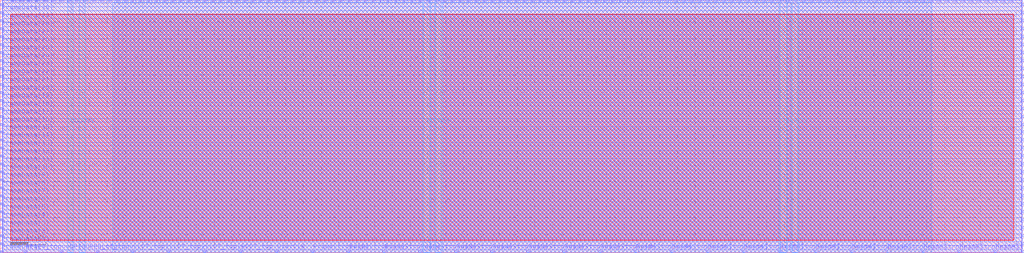
<source format=lef>
VERSION 5.7 ;
  NOWIREEXTENSIONATPIN ON ;
  DIVIDERCHAR "/" ;
  BUSBITCHARS "[]" ;
MACRO S_WARMBOOT
  CLASS BLOCK ;
  FOREIGN S_WARMBOOT ;
  ORIGIN 0.000 0.000 ;
  SIZE 287.280 BY 71.120 ;
  PIN BOOT_top
    DIRECTION OUTPUT ;
    USE SIGNAL ;
    ANTENNADIFFAREA 2.365600 ;
    PORT
      LAYER Metal2 ;
        RECT 67.200 0.000 67.760 0.560 ;
    END
  END BOOT_top
  PIN CONFIGURED_top
    DIRECTION INPUT ;
    USE SIGNAL ;
    ANTENNAGATEAREA 1.102000 ;
    ANTENNADIFFAREA 0.410400 ;
    PORT
      LAYER Metal2 ;
        RECT 16.800 0.000 17.360 0.560 ;
    END
  END CONFIGURED_top
  PIN Co
    DIRECTION OUTPUT ;
    USE SIGNAL ;
    ANTENNADIFFAREA 0.360800 ;
    PORT
      LAYER Metal2 ;
        RECT 119.840 70.560 120.400 71.120 ;
    END
  END Co
  PIN FrameData[0]
    DIRECTION INPUT ;
    USE SIGNAL ;
    ANTENNAGATEAREA 1.102000 ;
    ANTENNADIFFAREA 0.410400 ;
    PORT
      LAYER Metal3 ;
        RECT 0.000 0.000 0.560 0.560 ;
    END
  END FrameData[0]
  PIN FrameData[10]
    DIRECTION INPUT ;
    USE SIGNAL ;
    ANTENNAGATEAREA 1.102000 ;
    ANTENNADIFFAREA 0.410400 ;
    PORT
      LAYER Metal3 ;
        RECT 0.000 22.400 0.560 22.960 ;
    END
  END FrameData[10]
  PIN FrameData[11]
    DIRECTION INPUT ;
    USE SIGNAL ;
    ANTENNAGATEAREA 1.102000 ;
    ANTENNADIFFAREA 0.410400 ;
    PORT
      LAYER Metal3 ;
        RECT 0.000 24.640 0.560 25.200 ;
    END
  END FrameData[11]
  PIN FrameData[12]
    DIRECTION INPUT ;
    USE SIGNAL ;
    ANTENNAGATEAREA 1.102000 ;
    ANTENNADIFFAREA 0.410400 ;
    PORT
      LAYER Metal3 ;
        RECT 0.000 26.880 0.560 27.440 ;
    END
  END FrameData[12]
  PIN FrameData[13]
    DIRECTION INPUT ;
    USE SIGNAL ;
    ANTENNAGATEAREA 1.654000 ;
    ANTENNADIFFAREA 0.820800 ;
    PORT
      LAYER Metal3 ;
        RECT 0.000 29.120 0.560 29.680 ;
    END
  END FrameData[13]
  PIN FrameData[14]
    DIRECTION INPUT ;
    USE SIGNAL ;
    ANTENNAGATEAREA 1.654000 ;
    ANTENNADIFFAREA 0.820800 ;
    PORT
      LAYER Metal3 ;
        RECT 0.000 31.360 0.560 31.920 ;
    END
  END FrameData[14]
  PIN FrameData[15]
    DIRECTION INPUT ;
    USE SIGNAL ;
    ANTENNAGATEAREA 1.654000 ;
    ANTENNADIFFAREA 0.820800 ;
    PORT
      LAYER Metal3 ;
        RECT 0.000 33.600 0.560 34.160 ;
    END
  END FrameData[15]
  PIN FrameData[16]
    DIRECTION INPUT ;
    USE SIGNAL ;
    ANTENNAGATEAREA 1.654000 ;
    ANTENNADIFFAREA 0.820800 ;
    PORT
      LAYER Metal3 ;
        RECT 0.000 35.840 0.560 36.400 ;
    END
  END FrameData[16]
  PIN FrameData[17]
    DIRECTION INPUT ;
    USE SIGNAL ;
    ANTENNAGATEAREA 1.654000 ;
    ANTENNADIFFAREA 0.820800 ;
    PORT
      LAYER Metal3 ;
        RECT 0.000 38.080 0.560 38.640 ;
    END
  END FrameData[17]
  PIN FrameData[18]
    DIRECTION INPUT ;
    USE SIGNAL ;
    ANTENNAGATEAREA 1.654000 ;
    ANTENNADIFFAREA 0.820800 ;
    PORT
      LAYER Metal3 ;
        RECT 0.000 40.320 0.560 40.880 ;
    END
  END FrameData[18]
  PIN FrameData[19]
    DIRECTION INPUT ;
    USE SIGNAL ;
    ANTENNAGATEAREA 1.654000 ;
    ANTENNADIFFAREA 0.820800 ;
    PORT
      LAYER Metal3 ;
        RECT 0.000 42.560 0.560 43.120 ;
    END
  END FrameData[19]
  PIN FrameData[1]
    DIRECTION INPUT ;
    USE SIGNAL ;
    ANTENNAGATEAREA 1.102000 ;
    ANTENNADIFFAREA 0.410400 ;
    PORT
      LAYER Metal3 ;
        RECT 0.000 2.240 0.560 2.800 ;
    END
  END FrameData[1]
  PIN FrameData[20]
    DIRECTION INPUT ;
    USE SIGNAL ;
    ANTENNAGATEAREA 1.654000 ;
    ANTENNADIFFAREA 0.820800 ;
    PORT
      LAYER Metal3 ;
        RECT 0.000 44.800 0.560 45.360 ;
    END
  END FrameData[20]
  PIN FrameData[21]
    DIRECTION INPUT ;
    USE SIGNAL ;
    ANTENNAGATEAREA 1.654000 ;
    ANTENNADIFFAREA 0.820800 ;
    PORT
      LAYER Metal3 ;
        RECT 0.000 47.040 0.560 47.600 ;
    END
  END FrameData[21]
  PIN FrameData[22]
    DIRECTION INPUT ;
    USE SIGNAL ;
    ANTENNAGATEAREA 1.654000 ;
    ANTENNADIFFAREA 0.820800 ;
    PORT
      LAYER Metal3 ;
        RECT 0.000 49.280 0.560 49.840 ;
    END
  END FrameData[22]
  PIN FrameData[23]
    DIRECTION INPUT ;
    USE SIGNAL ;
    ANTENNAGATEAREA 1.654000 ;
    ANTENNADIFFAREA 0.820800 ;
    PORT
      LAYER Metal3 ;
        RECT 0.000 51.520 0.560 52.080 ;
    END
  END FrameData[23]
  PIN FrameData[24]
    DIRECTION INPUT ;
    USE SIGNAL ;
    ANTENNAGATEAREA 1.654000 ;
    ANTENNADIFFAREA 0.820800 ;
    PORT
      LAYER Metal3 ;
        RECT 0.000 53.760 0.560 54.320 ;
    END
  END FrameData[24]
  PIN FrameData[25]
    DIRECTION INPUT ;
    USE SIGNAL ;
    ANTENNAGATEAREA 1.654000 ;
    ANTENNADIFFAREA 0.820800 ;
    PORT
      LAYER Metal3 ;
        RECT 0.000 56.000 0.560 56.560 ;
    END
  END FrameData[25]
  PIN FrameData[26]
    DIRECTION INPUT ;
    USE SIGNAL ;
    ANTENNAGATEAREA 1.654000 ;
    ANTENNADIFFAREA 0.820800 ;
    PORT
      LAYER Metal3 ;
        RECT 0.000 58.240 0.560 58.800 ;
    END
  END FrameData[26]
  PIN FrameData[27]
    DIRECTION INPUT ;
    USE SIGNAL ;
    ANTENNAGATEAREA 1.654000 ;
    ANTENNADIFFAREA 0.820800 ;
    PORT
      LAYER Metal3 ;
        RECT 0.000 60.480 0.560 61.040 ;
    END
  END FrameData[27]
  PIN FrameData[28]
    DIRECTION INPUT ;
    USE SIGNAL ;
    ANTENNAGATEAREA 1.654000 ;
    ANTENNADIFFAREA 0.820800 ;
    PORT
      LAYER Metal3 ;
        RECT 0.000 62.720 0.560 63.280 ;
    END
  END FrameData[28]
  PIN FrameData[29]
    DIRECTION INPUT ;
    USE SIGNAL ;
    ANTENNAGATEAREA 1.654000 ;
    ANTENNADIFFAREA 0.820800 ;
    PORT
      LAYER Metal3 ;
        RECT 0.000 64.960 0.560 65.520 ;
    END
  END FrameData[29]
  PIN FrameData[2]
    DIRECTION INPUT ;
    USE SIGNAL ;
    ANTENNAGATEAREA 1.102000 ;
    ANTENNADIFFAREA 0.410400 ;
    PORT
      LAYER Metal3 ;
        RECT 0.000 4.480 0.560 5.040 ;
    END
  END FrameData[2]
  PIN FrameData[30]
    DIRECTION INPUT ;
    USE SIGNAL ;
    ANTENNAGATEAREA 1.654000 ;
    ANTENNADIFFAREA 0.820800 ;
    PORT
      LAYER Metal3 ;
        RECT 0.000 67.200 0.560 67.760 ;
    END
  END FrameData[30]
  PIN FrameData[31]
    DIRECTION INPUT ;
    USE SIGNAL ;
    ANTENNAGATEAREA 1.654000 ;
    ANTENNADIFFAREA 0.820800 ;
    PORT
      LAYER Metal3 ;
        RECT 0.000 69.440 0.560 70.000 ;
    END
  END FrameData[31]
  PIN FrameData[3]
    DIRECTION INPUT ;
    USE SIGNAL ;
    ANTENNAGATEAREA 1.102000 ;
    ANTENNADIFFAREA 0.410400 ;
    PORT
      LAYER Metal3 ;
        RECT 0.000 6.720 0.560 7.280 ;
    END
  END FrameData[3]
  PIN FrameData[4]
    DIRECTION INPUT ;
    USE SIGNAL ;
    ANTENNAGATEAREA 1.102000 ;
    ANTENNADIFFAREA 0.410400 ;
    PORT
      LAYER Metal3 ;
        RECT 0.000 8.960 0.560 9.520 ;
    END
  END FrameData[4]
  PIN FrameData[5]
    DIRECTION INPUT ;
    USE SIGNAL ;
    ANTENNAGATEAREA 1.102000 ;
    ANTENNADIFFAREA 0.410400 ;
    PORT
      LAYER Metal3 ;
        RECT 0.000 11.200 0.560 11.760 ;
    END
  END FrameData[5]
  PIN FrameData[6]
    DIRECTION INPUT ;
    USE SIGNAL ;
    ANTENNAGATEAREA 1.102000 ;
    ANTENNADIFFAREA 0.410400 ;
    PORT
      LAYER Metal3 ;
        RECT 0.000 13.440 0.560 14.000 ;
    END
  END FrameData[6]
  PIN FrameData[7]
    DIRECTION INPUT ;
    USE SIGNAL ;
    ANTENNAGATEAREA 1.102000 ;
    ANTENNADIFFAREA 0.410400 ;
    PORT
      LAYER Metal3 ;
        RECT 0.000 15.680 0.560 16.240 ;
    END
  END FrameData[7]
  PIN FrameData[8]
    DIRECTION INPUT ;
    USE SIGNAL ;
    ANTENNAGATEAREA 1.102000 ;
    ANTENNADIFFAREA 0.410400 ;
    PORT
      LAYER Metal3 ;
        RECT 0.000 17.920 0.560 18.480 ;
    END
  END FrameData[8]
  PIN FrameData[9]
    DIRECTION INPUT ;
    USE SIGNAL ;
    ANTENNAGATEAREA 1.102000 ;
    ANTENNADIFFAREA 0.410400 ;
    PORT
      LAYER Metal3 ;
        RECT 0.000 20.160 0.560 20.720 ;
    END
  END FrameData[9]
  PIN FrameData_O[0]
    DIRECTION OUTPUT ;
    USE SIGNAL ;
    ANTENNADIFFAREA 2.365600 ;
    PORT
      LAYER Metal3 ;
        RECT 286.720 0.000 287.280 0.560 ;
    END
  END FrameData_O[0]
  PIN FrameData_O[10]
    DIRECTION OUTPUT ;
    USE SIGNAL ;
    ANTENNADIFFAREA 2.365600 ;
    PORT
      LAYER Metal3 ;
        RECT 286.720 22.400 287.280 22.960 ;
    END
  END FrameData_O[10]
  PIN FrameData_O[11]
    DIRECTION OUTPUT ;
    USE SIGNAL ;
    ANTENNADIFFAREA 2.365600 ;
    PORT
      LAYER Metal3 ;
        RECT 286.720 24.640 287.280 25.200 ;
    END
  END FrameData_O[11]
  PIN FrameData_O[12]
    DIRECTION OUTPUT ;
    USE SIGNAL ;
    ANTENNADIFFAREA 2.365600 ;
    PORT
      LAYER Metal3 ;
        RECT 286.720 26.880 287.280 27.440 ;
    END
  END FrameData_O[12]
  PIN FrameData_O[13]
    DIRECTION OUTPUT ;
    USE SIGNAL ;
    ANTENNADIFFAREA 2.365600 ;
    PORT
      LAYER Metal3 ;
        RECT 286.720 29.120 287.280 29.680 ;
    END
  END FrameData_O[13]
  PIN FrameData_O[14]
    DIRECTION OUTPUT ;
    USE SIGNAL ;
    ANTENNADIFFAREA 2.365600 ;
    PORT
      LAYER Metal3 ;
        RECT 286.720 31.360 287.280 31.920 ;
    END
  END FrameData_O[14]
  PIN FrameData_O[15]
    DIRECTION OUTPUT ;
    USE SIGNAL ;
    ANTENNADIFFAREA 2.365600 ;
    PORT
      LAYER Metal3 ;
        RECT 286.720 33.600 287.280 34.160 ;
    END
  END FrameData_O[15]
  PIN FrameData_O[16]
    DIRECTION OUTPUT ;
    USE SIGNAL ;
    ANTENNADIFFAREA 2.365600 ;
    PORT
      LAYER Metal3 ;
        RECT 286.720 35.840 287.280 36.400 ;
    END
  END FrameData_O[16]
  PIN FrameData_O[17]
    DIRECTION OUTPUT ;
    USE SIGNAL ;
    ANTENNADIFFAREA 2.365600 ;
    PORT
      LAYER Metal3 ;
        RECT 286.720 38.080 287.280 38.640 ;
    END
  END FrameData_O[17]
  PIN FrameData_O[18]
    DIRECTION OUTPUT ;
    USE SIGNAL ;
    ANTENNADIFFAREA 2.365600 ;
    PORT
      LAYER Metal3 ;
        RECT 286.720 40.320 287.280 40.880 ;
    END
  END FrameData_O[18]
  PIN FrameData_O[19]
    DIRECTION OUTPUT ;
    USE SIGNAL ;
    ANTENNADIFFAREA 2.365600 ;
    PORT
      LAYER Metal3 ;
        RECT 286.720 42.560 287.280 43.120 ;
    END
  END FrameData_O[19]
  PIN FrameData_O[1]
    DIRECTION OUTPUT ;
    USE SIGNAL ;
    ANTENNADIFFAREA 2.365600 ;
    PORT
      LAYER Metal3 ;
        RECT 286.720 2.240 287.280 2.800 ;
    END
  END FrameData_O[1]
  PIN FrameData_O[20]
    DIRECTION OUTPUT ;
    USE SIGNAL ;
    ANTENNADIFFAREA 2.365600 ;
    PORT
      LAYER Metal3 ;
        RECT 286.720 44.800 287.280 45.360 ;
    END
  END FrameData_O[20]
  PIN FrameData_O[21]
    DIRECTION OUTPUT ;
    USE SIGNAL ;
    ANTENNADIFFAREA 2.365600 ;
    PORT
      LAYER Metal3 ;
        RECT 286.720 47.040 287.280 47.600 ;
    END
  END FrameData_O[21]
  PIN FrameData_O[22]
    DIRECTION OUTPUT ;
    USE SIGNAL ;
    ANTENNADIFFAREA 2.365600 ;
    PORT
      LAYER Metal3 ;
        RECT 286.720 49.280 287.280 49.840 ;
    END
  END FrameData_O[22]
  PIN FrameData_O[23]
    DIRECTION OUTPUT ;
    USE SIGNAL ;
    ANTENNADIFFAREA 2.365600 ;
    PORT
      LAYER Metal3 ;
        RECT 286.720 51.520 287.280 52.080 ;
    END
  END FrameData_O[23]
  PIN FrameData_O[24]
    DIRECTION OUTPUT ;
    USE SIGNAL ;
    ANTENNADIFFAREA 2.365600 ;
    PORT
      LAYER Metal3 ;
        RECT 286.720 53.760 287.280 54.320 ;
    END
  END FrameData_O[24]
  PIN FrameData_O[25]
    DIRECTION OUTPUT ;
    USE SIGNAL ;
    ANTENNADIFFAREA 2.365600 ;
    PORT
      LAYER Metal3 ;
        RECT 286.720 56.000 287.280 56.560 ;
    END
  END FrameData_O[25]
  PIN FrameData_O[26]
    DIRECTION OUTPUT ;
    USE SIGNAL ;
    ANTENNADIFFAREA 2.365600 ;
    PORT
      LAYER Metal3 ;
        RECT 286.720 58.240 287.280 58.800 ;
    END
  END FrameData_O[26]
  PIN FrameData_O[27]
    DIRECTION OUTPUT ;
    USE SIGNAL ;
    ANTENNADIFFAREA 2.365600 ;
    PORT
      LAYER Metal3 ;
        RECT 286.720 60.480 287.280 61.040 ;
    END
  END FrameData_O[27]
  PIN FrameData_O[28]
    DIRECTION OUTPUT ;
    USE SIGNAL ;
    ANTENNADIFFAREA 2.365600 ;
    PORT
      LAYER Metal3 ;
        RECT 286.720 62.720 287.280 63.280 ;
    END
  END FrameData_O[28]
  PIN FrameData_O[29]
    DIRECTION OUTPUT ;
    USE SIGNAL ;
    ANTENNADIFFAREA 2.365600 ;
    PORT
      LAYER Metal3 ;
        RECT 286.720 64.960 287.280 65.520 ;
    END
  END FrameData_O[29]
  PIN FrameData_O[2]
    DIRECTION OUTPUT ;
    USE SIGNAL ;
    ANTENNADIFFAREA 2.365600 ;
    PORT
      LAYER Metal3 ;
        RECT 286.720 4.480 287.280 5.040 ;
    END
  END FrameData_O[2]
  PIN FrameData_O[30]
    DIRECTION OUTPUT ;
    USE SIGNAL ;
    ANTENNADIFFAREA 2.365600 ;
    PORT
      LAYER Metal3 ;
        RECT 286.720 67.200 287.280 67.760 ;
    END
  END FrameData_O[30]
  PIN FrameData_O[31]
    DIRECTION OUTPUT ;
    USE SIGNAL ;
    ANTENNADIFFAREA 2.365600 ;
    PORT
      LAYER Metal3 ;
        RECT 286.720 69.440 287.280 70.000 ;
    END
  END FrameData_O[31]
  PIN FrameData_O[3]
    DIRECTION OUTPUT ;
    USE SIGNAL ;
    ANTENNADIFFAREA 2.365600 ;
    PORT
      LAYER Metal3 ;
        RECT 286.720 6.720 287.280 7.280 ;
    END
  END FrameData_O[3]
  PIN FrameData_O[4]
    DIRECTION OUTPUT ;
    USE SIGNAL ;
    ANTENNADIFFAREA 2.365600 ;
    PORT
      LAYER Metal3 ;
        RECT 286.720 8.960 287.280 9.520 ;
    END
  END FrameData_O[4]
  PIN FrameData_O[5]
    DIRECTION OUTPUT ;
    USE SIGNAL ;
    ANTENNADIFFAREA 2.365600 ;
    PORT
      LAYER Metal3 ;
        RECT 286.720 11.200 287.280 11.760 ;
    END
  END FrameData_O[5]
  PIN FrameData_O[6]
    DIRECTION OUTPUT ;
    USE SIGNAL ;
    ANTENNADIFFAREA 2.365600 ;
    PORT
      LAYER Metal3 ;
        RECT 286.720 13.440 287.280 14.000 ;
    END
  END FrameData_O[6]
  PIN FrameData_O[7]
    DIRECTION OUTPUT ;
    USE SIGNAL ;
    ANTENNADIFFAREA 2.365600 ;
    PORT
      LAYER Metal3 ;
        RECT 286.720 15.680 287.280 16.240 ;
    END
  END FrameData_O[7]
  PIN FrameData_O[8]
    DIRECTION OUTPUT ;
    USE SIGNAL ;
    ANTENNADIFFAREA 2.365600 ;
    PORT
      LAYER Metal3 ;
        RECT 286.720 17.920 287.280 18.480 ;
    END
  END FrameData_O[8]
  PIN FrameData_O[9]
    DIRECTION OUTPUT ;
    USE SIGNAL ;
    ANTENNADIFFAREA 2.365600 ;
    PORT
      LAYER Metal3 ;
        RECT 286.720 20.160 287.280 20.720 ;
    END
  END FrameData_O[9]
  PIN FrameStrobe[0]
    DIRECTION INPUT ;
    USE SIGNAL ;
    ANTENNAGATEAREA 4.408000 ;
    ANTENNADIFFAREA 0.820800 ;
    PORT
      LAYER Metal2 ;
        RECT 87.360 0.000 87.920 0.560 ;
    END
  END FrameStrobe[0]
  PIN FrameStrobe[10]
    DIRECTION INPUT ;
    USE SIGNAL ;
    ANTENNAGATEAREA 1.102000 ;
    ANTENNADIFFAREA 0.410400 ;
    PORT
      LAYER Metal2 ;
        RECT 188.160 0.000 188.720 0.560 ;
    END
  END FrameStrobe[10]
  PIN FrameStrobe[11]
    DIRECTION INPUT ;
    USE SIGNAL ;
    ANTENNAGATEAREA 1.102000 ;
    ANTENNADIFFAREA 0.410400 ;
    PORT
      LAYER Metal2 ;
        RECT 198.240 0.000 198.800 0.560 ;
    END
  END FrameStrobe[11]
  PIN FrameStrobe[12]
    DIRECTION INPUT ;
    USE SIGNAL ;
    ANTENNAGATEAREA 1.102000 ;
    ANTENNADIFFAREA 0.410400 ;
    PORT
      LAYER Metal2 ;
        RECT 208.320 0.000 208.880 0.560 ;
    END
  END FrameStrobe[12]
  PIN FrameStrobe[13]
    DIRECTION INPUT ;
    USE SIGNAL ;
    ANTENNAGATEAREA 1.102000 ;
    ANTENNADIFFAREA 0.410400 ;
    PORT
      LAYER Metal2 ;
        RECT 218.400 0.000 218.960 0.560 ;
    END
  END FrameStrobe[13]
  PIN FrameStrobe[14]
    DIRECTION INPUT ;
    USE SIGNAL ;
    ANTENNAGATEAREA 1.102000 ;
    ANTENNADIFFAREA 0.410400 ;
    PORT
      LAYER Metal2 ;
        RECT 228.480 0.000 229.040 0.560 ;
    END
  END FrameStrobe[14]
  PIN FrameStrobe[15]
    DIRECTION INPUT ;
    USE SIGNAL ;
    ANTENNAGATEAREA 1.102000 ;
    ANTENNADIFFAREA 0.410400 ;
    PORT
      LAYER Metal2 ;
        RECT 238.560 0.000 239.120 0.560 ;
    END
  END FrameStrobe[15]
  PIN FrameStrobe[16]
    DIRECTION INPUT ;
    USE SIGNAL ;
    ANTENNAGATEAREA 1.102000 ;
    ANTENNADIFFAREA 0.410400 ;
    PORT
      LAYER Metal2 ;
        RECT 248.640 0.000 249.200 0.560 ;
    END
  END FrameStrobe[16]
  PIN FrameStrobe[17]
    DIRECTION INPUT ;
    USE SIGNAL ;
    ANTENNAGATEAREA 1.102000 ;
    ANTENNADIFFAREA 0.410400 ;
    PORT
      LAYER Metal2 ;
        RECT 258.720 0.000 259.280 0.560 ;
    END
  END FrameStrobe[17]
  PIN FrameStrobe[18]
    DIRECTION INPUT ;
    USE SIGNAL ;
    ANTENNAGATEAREA 1.102000 ;
    ANTENNADIFFAREA 0.410400 ;
    PORT
      LAYER Metal2 ;
        RECT 268.800 0.000 269.360 0.560 ;
    END
  END FrameStrobe[18]
  PIN FrameStrobe[19]
    DIRECTION INPUT ;
    USE SIGNAL ;
    ANTENNAGATEAREA 1.102000 ;
    ANTENNADIFFAREA 0.410400 ;
    PORT
      LAYER Metal2 ;
        RECT 278.880 0.000 279.440 0.560 ;
    END
  END FrameStrobe[19]
  PIN FrameStrobe[1]
    DIRECTION INPUT ;
    USE SIGNAL ;
    ANTENNAGATEAREA 1.102000 ;
    ANTENNADIFFAREA 0.410400 ;
    PORT
      LAYER Metal2 ;
        RECT 97.440 0.000 98.000 0.560 ;
    END
  END FrameStrobe[1]
  PIN FrameStrobe[2]
    DIRECTION INPUT ;
    USE SIGNAL ;
    ANTENNAGATEAREA 1.102000 ;
    ANTENNADIFFAREA 0.410400 ;
    PORT
      LAYER Metal2 ;
        RECT 107.520 0.000 108.080 0.560 ;
    END
  END FrameStrobe[2]
  PIN FrameStrobe[3]
    DIRECTION INPUT ;
    USE SIGNAL ;
    ANTENNAGATEAREA 1.102000 ;
    ANTENNADIFFAREA 0.410400 ;
    PORT
      LAYER Metal2 ;
        RECT 117.600 0.000 118.160 0.560 ;
    END
  END FrameStrobe[3]
  PIN FrameStrobe[4]
    DIRECTION INPUT ;
    USE SIGNAL ;
    ANTENNAGATEAREA 1.102000 ;
    ANTENNADIFFAREA 0.410400 ;
    PORT
      LAYER Metal2 ;
        RECT 127.680 0.000 128.240 0.560 ;
    END
  END FrameStrobe[4]
  PIN FrameStrobe[5]
    DIRECTION INPUT ;
    USE SIGNAL ;
    ANTENNAGATEAREA 1.102000 ;
    ANTENNADIFFAREA 0.410400 ;
    PORT
      LAYER Metal2 ;
        RECT 137.760 0.000 138.320 0.560 ;
    END
  END FrameStrobe[5]
  PIN FrameStrobe[6]
    DIRECTION INPUT ;
    USE SIGNAL ;
    ANTENNAGATEAREA 1.102000 ;
    ANTENNADIFFAREA 0.410400 ;
    PORT
      LAYER Metal2 ;
        RECT 147.840 0.000 148.400 0.560 ;
    END
  END FrameStrobe[6]
  PIN FrameStrobe[7]
    DIRECTION INPUT ;
    USE SIGNAL ;
    ANTENNAGATEAREA 1.102000 ;
    ANTENNADIFFAREA 0.410400 ;
    PORT
      LAYER Metal2 ;
        RECT 157.920 0.000 158.480 0.560 ;
    END
  END FrameStrobe[7]
  PIN FrameStrobe[8]
    DIRECTION INPUT ;
    USE SIGNAL ;
    ANTENNAGATEAREA 1.102000 ;
    ANTENNADIFFAREA 0.410400 ;
    PORT
      LAYER Metal2 ;
        RECT 168.000 0.000 168.560 0.560 ;
    END
  END FrameStrobe[8]
  PIN FrameStrobe[9]
    DIRECTION INPUT ;
    USE SIGNAL ;
    ANTENNAGATEAREA 1.102000 ;
    ANTENNADIFFAREA 0.410400 ;
    PORT
      LAYER Metal2 ;
        RECT 178.080 0.000 178.640 0.560 ;
    END
  END FrameStrobe[9]
  PIN FrameStrobe_O[0]
    DIRECTION OUTPUT ;
    USE SIGNAL ;
    ANTENNADIFFAREA 2.365600 ;
    PORT
      LAYER Metal2 ;
        RECT 240.800 70.560 241.360 71.120 ;
    END
  END FrameStrobe_O[0]
  PIN FrameStrobe_O[10]
    DIRECTION OUTPUT ;
    USE SIGNAL ;
    ANTENNADIFFAREA 2.365600 ;
    PORT
      LAYER Metal2 ;
        RECT 263.200 70.560 263.760 71.120 ;
    END
  END FrameStrobe_O[10]
  PIN FrameStrobe_O[11]
    DIRECTION OUTPUT ;
    USE SIGNAL ;
    ANTENNADIFFAREA 2.365600 ;
    PORT
      LAYER Metal2 ;
        RECT 265.440 70.560 266.000 71.120 ;
    END
  END FrameStrobe_O[11]
  PIN FrameStrobe_O[12]
    DIRECTION OUTPUT ;
    USE SIGNAL ;
    ANTENNADIFFAREA 2.365600 ;
    PORT
      LAYER Metal2 ;
        RECT 267.680 70.560 268.240 71.120 ;
    END
  END FrameStrobe_O[12]
  PIN FrameStrobe_O[13]
    DIRECTION OUTPUT ;
    USE SIGNAL ;
    ANTENNADIFFAREA 2.365600 ;
    PORT
      LAYER Metal2 ;
        RECT 269.920 70.560 270.480 71.120 ;
    END
  END FrameStrobe_O[13]
  PIN FrameStrobe_O[14]
    DIRECTION OUTPUT ;
    USE SIGNAL ;
    ANTENNADIFFAREA 2.365600 ;
    PORT
      LAYER Metal2 ;
        RECT 272.160 70.560 272.720 71.120 ;
    END
  END FrameStrobe_O[14]
  PIN FrameStrobe_O[15]
    DIRECTION OUTPUT ;
    USE SIGNAL ;
    ANTENNADIFFAREA 2.365600 ;
    PORT
      LAYER Metal2 ;
        RECT 274.400 70.560 274.960 71.120 ;
    END
  END FrameStrobe_O[15]
  PIN FrameStrobe_O[16]
    DIRECTION OUTPUT ;
    USE SIGNAL ;
    ANTENNADIFFAREA 2.365600 ;
    PORT
      LAYER Metal2 ;
        RECT 276.640 70.560 277.200 71.120 ;
    END
  END FrameStrobe_O[16]
  PIN FrameStrobe_O[17]
    DIRECTION OUTPUT ;
    USE SIGNAL ;
    ANTENNADIFFAREA 2.365600 ;
    PORT
      LAYER Metal2 ;
        RECT 278.880 70.560 279.440 71.120 ;
    END
  END FrameStrobe_O[17]
  PIN FrameStrobe_O[18]
    DIRECTION OUTPUT ;
    USE SIGNAL ;
    ANTENNADIFFAREA 2.365600 ;
    PORT
      LAYER Metal2 ;
        RECT 281.120 70.560 281.680 71.120 ;
    END
  END FrameStrobe_O[18]
  PIN FrameStrobe_O[19]
    DIRECTION OUTPUT ;
    USE SIGNAL ;
    ANTENNADIFFAREA 2.365600 ;
    PORT
      LAYER Metal2 ;
        RECT 283.360 70.560 283.920 71.120 ;
    END
  END FrameStrobe_O[19]
  PIN FrameStrobe_O[1]
    DIRECTION OUTPUT ;
    USE SIGNAL ;
    ANTENNADIFFAREA 2.365600 ;
    PORT
      LAYER Metal2 ;
        RECT 243.040 70.560 243.600 71.120 ;
    END
  END FrameStrobe_O[1]
  PIN FrameStrobe_O[2]
    DIRECTION OUTPUT ;
    USE SIGNAL ;
    ANTENNADIFFAREA 2.365600 ;
    PORT
      LAYER Metal2 ;
        RECT 245.280 70.560 245.840 71.120 ;
    END
  END FrameStrobe_O[2]
  PIN FrameStrobe_O[3]
    DIRECTION OUTPUT ;
    USE SIGNAL ;
    ANTENNADIFFAREA 2.365600 ;
    PORT
      LAYER Metal2 ;
        RECT 247.520 70.560 248.080 71.120 ;
    END
  END FrameStrobe_O[3]
  PIN FrameStrobe_O[4]
    DIRECTION OUTPUT ;
    USE SIGNAL ;
    ANTENNADIFFAREA 2.365600 ;
    PORT
      LAYER Metal2 ;
        RECT 249.760 70.560 250.320 71.120 ;
    END
  END FrameStrobe_O[4]
  PIN FrameStrobe_O[5]
    DIRECTION OUTPUT ;
    USE SIGNAL ;
    ANTENNADIFFAREA 2.365600 ;
    PORT
      LAYER Metal2 ;
        RECT 252.000 70.560 252.560 71.120 ;
    END
  END FrameStrobe_O[5]
  PIN FrameStrobe_O[6]
    DIRECTION OUTPUT ;
    USE SIGNAL ;
    ANTENNADIFFAREA 2.365600 ;
    PORT
      LAYER Metal2 ;
        RECT 254.240 70.560 254.800 71.120 ;
    END
  END FrameStrobe_O[6]
  PIN FrameStrobe_O[7]
    DIRECTION OUTPUT ;
    USE SIGNAL ;
    ANTENNADIFFAREA 2.365600 ;
    PORT
      LAYER Metal2 ;
        RECT 256.480 70.560 257.040 71.120 ;
    END
  END FrameStrobe_O[7]
  PIN FrameStrobe_O[8]
    DIRECTION OUTPUT ;
    USE SIGNAL ;
    ANTENNADIFFAREA 2.365600 ;
    PORT
      LAYER Metal2 ;
        RECT 258.720 70.560 259.280 71.120 ;
    END
  END FrameStrobe_O[8]
  PIN FrameStrobe_O[9]
    DIRECTION OUTPUT ;
    USE SIGNAL ;
    ANTENNADIFFAREA 2.365600 ;
    PORT
      LAYER Metal2 ;
        RECT 260.960 70.560 261.520 71.120 ;
    END
  END FrameStrobe_O[9]
  PIN N1BEG[0]
    DIRECTION OUTPUT ;
    USE SIGNAL ;
    ANTENNADIFFAREA 2.365600 ;
    PORT
      LAYER Metal2 ;
        RECT 3.360 70.560 3.920 71.120 ;
    END
  END N1BEG[0]
  PIN N1BEG[1]
    DIRECTION OUTPUT ;
    USE SIGNAL ;
    ANTENNADIFFAREA 2.365600 ;
    PORT
      LAYER Metal2 ;
        RECT 5.600 70.560 6.160 71.120 ;
    END
  END N1BEG[1]
  PIN N1BEG[2]
    DIRECTION OUTPUT ;
    USE SIGNAL ;
    ANTENNADIFFAREA 2.365600 ;
    PORT
      LAYER Metal2 ;
        RECT 7.840 70.560 8.400 71.120 ;
    END
  END N1BEG[2]
  PIN N1BEG[3]
    DIRECTION OUTPUT ;
    USE SIGNAL ;
    ANTENNADIFFAREA 2.365600 ;
    PORT
      LAYER Metal2 ;
        RECT 10.080 70.560 10.640 71.120 ;
    END
  END N1BEG[3]
  PIN N2BEG[0]
    DIRECTION OUTPUT ;
    USE SIGNAL ;
    ANTENNADIFFAREA 2.365600 ;
    PORT
      LAYER Metal2 ;
        RECT 12.320 70.560 12.880 71.120 ;
    END
  END N2BEG[0]
  PIN N2BEG[1]
    DIRECTION OUTPUT ;
    USE SIGNAL ;
    ANTENNADIFFAREA 2.365600 ;
    PORT
      LAYER Metal2 ;
        RECT 14.560 70.560 15.120 71.120 ;
    END
  END N2BEG[1]
  PIN N2BEG[2]
    DIRECTION OUTPUT ;
    USE SIGNAL ;
    ANTENNADIFFAREA 2.365600 ;
    PORT
      LAYER Metal2 ;
        RECT 16.800 70.560 17.360 71.120 ;
    END
  END N2BEG[2]
  PIN N2BEG[3]
    DIRECTION OUTPUT ;
    USE SIGNAL ;
    ANTENNADIFFAREA 2.365600 ;
    PORT
      LAYER Metal2 ;
        RECT 19.040 70.560 19.600 71.120 ;
    END
  END N2BEG[3]
  PIN N2BEG[4]
    DIRECTION OUTPUT ;
    USE SIGNAL ;
    ANTENNADIFFAREA 2.365600 ;
    PORT
      LAYER Metal2 ;
        RECT 21.280 70.560 21.840 71.120 ;
    END
  END N2BEG[4]
  PIN N2BEG[5]
    DIRECTION OUTPUT ;
    USE SIGNAL ;
    ANTENNADIFFAREA 2.365600 ;
    PORT
      LAYER Metal2 ;
        RECT 23.520 70.560 24.080 71.120 ;
    END
  END N2BEG[5]
  PIN N2BEG[6]
    DIRECTION OUTPUT ;
    USE SIGNAL ;
    ANTENNADIFFAREA 2.365600 ;
    PORT
      LAYER Metal2 ;
        RECT 25.760 70.560 26.320 71.120 ;
    END
  END N2BEG[6]
  PIN N2BEG[7]
    DIRECTION OUTPUT ;
    USE SIGNAL ;
    ANTENNADIFFAREA 2.365600 ;
    PORT
      LAYER Metal2 ;
        RECT 28.000 70.560 28.560 71.120 ;
    END
  END N2BEG[7]
  PIN N2BEGb[0]
    DIRECTION OUTPUT ;
    USE SIGNAL ;
    ANTENNADIFFAREA 2.365600 ;
    PORT
      LAYER Metal2 ;
        RECT 30.240 70.560 30.800 71.120 ;
    END
  END N2BEGb[0]
  PIN N2BEGb[1]
    DIRECTION OUTPUT ;
    USE SIGNAL ;
    ANTENNADIFFAREA 2.365600 ;
    PORT
      LAYER Metal2 ;
        RECT 32.480 70.560 33.040 71.120 ;
    END
  END N2BEGb[1]
  PIN N2BEGb[2]
    DIRECTION OUTPUT ;
    USE SIGNAL ;
    ANTENNADIFFAREA 2.365600 ;
    PORT
      LAYER Metal2 ;
        RECT 34.720 70.560 35.280 71.120 ;
    END
  END N2BEGb[2]
  PIN N2BEGb[3]
    DIRECTION OUTPUT ;
    USE SIGNAL ;
    ANTENNADIFFAREA 2.365600 ;
    PORT
      LAYER Metal2 ;
        RECT 36.960 70.560 37.520 71.120 ;
    END
  END N2BEGb[3]
  PIN N2BEGb[4]
    DIRECTION OUTPUT ;
    USE SIGNAL ;
    ANTENNADIFFAREA 2.365600 ;
    PORT
      LAYER Metal2 ;
        RECT 39.200 70.560 39.760 71.120 ;
    END
  END N2BEGb[4]
  PIN N2BEGb[5]
    DIRECTION OUTPUT ;
    USE SIGNAL ;
    ANTENNADIFFAREA 2.365600 ;
    PORT
      LAYER Metal2 ;
        RECT 41.440 70.560 42.000 71.120 ;
    END
  END N2BEGb[5]
  PIN N2BEGb[6]
    DIRECTION OUTPUT ;
    USE SIGNAL ;
    ANTENNADIFFAREA 2.365600 ;
    PORT
      LAYER Metal2 ;
        RECT 43.680 70.560 44.240 71.120 ;
    END
  END N2BEGb[6]
  PIN N2BEGb[7]
    DIRECTION OUTPUT ;
    USE SIGNAL ;
    ANTENNADIFFAREA 2.365600 ;
    PORT
      LAYER Metal2 ;
        RECT 45.920 70.560 46.480 71.120 ;
    END
  END N2BEGb[7]
  PIN N4BEG[0]
    DIRECTION OUTPUT ;
    USE SIGNAL ;
    ANTENNADIFFAREA 2.365600 ;
    PORT
      LAYER Metal2 ;
        RECT 48.160 70.560 48.720 71.120 ;
    END
  END N4BEG[0]
  PIN N4BEG[10]
    DIRECTION OUTPUT ;
    USE SIGNAL ;
    ANTENNADIFFAREA 2.365600 ;
    PORT
      LAYER Metal2 ;
        RECT 70.560 70.560 71.120 71.120 ;
    END
  END N4BEG[10]
  PIN N4BEG[11]
    DIRECTION OUTPUT ;
    USE SIGNAL ;
    ANTENNADIFFAREA 2.365600 ;
    PORT
      LAYER Metal2 ;
        RECT 72.800 70.560 73.360 71.120 ;
    END
  END N4BEG[11]
  PIN N4BEG[12]
    DIRECTION OUTPUT ;
    USE SIGNAL ;
    ANTENNADIFFAREA 2.365600 ;
    PORT
      LAYER Metal2 ;
        RECT 75.040 70.560 75.600 71.120 ;
    END
  END N4BEG[12]
  PIN N4BEG[13]
    DIRECTION OUTPUT ;
    USE SIGNAL ;
    ANTENNADIFFAREA 2.365600 ;
    PORT
      LAYER Metal2 ;
        RECT 77.280 70.560 77.840 71.120 ;
    END
  END N4BEG[13]
  PIN N4BEG[14]
    DIRECTION OUTPUT ;
    USE SIGNAL ;
    ANTENNADIFFAREA 2.365600 ;
    PORT
      LAYER Metal2 ;
        RECT 79.520 70.560 80.080 71.120 ;
    END
  END N4BEG[14]
  PIN N4BEG[15]
    DIRECTION OUTPUT ;
    USE SIGNAL ;
    ANTENNADIFFAREA 2.365600 ;
    PORT
      LAYER Metal2 ;
        RECT 81.760 70.560 82.320 71.120 ;
    END
  END N4BEG[15]
  PIN N4BEG[1]
    DIRECTION OUTPUT ;
    USE SIGNAL ;
    ANTENNADIFFAREA 2.365600 ;
    PORT
      LAYER Metal2 ;
        RECT 50.400 70.560 50.960 71.120 ;
    END
  END N4BEG[1]
  PIN N4BEG[2]
    DIRECTION OUTPUT ;
    USE SIGNAL ;
    ANTENNADIFFAREA 2.365600 ;
    PORT
      LAYER Metal2 ;
        RECT 52.640 70.560 53.200 71.120 ;
    END
  END N4BEG[2]
  PIN N4BEG[3]
    DIRECTION OUTPUT ;
    USE SIGNAL ;
    ANTENNADIFFAREA 2.365600 ;
    PORT
      LAYER Metal2 ;
        RECT 54.880 70.560 55.440 71.120 ;
    END
  END N4BEG[3]
  PIN N4BEG[4]
    DIRECTION OUTPUT ;
    USE SIGNAL ;
    ANTENNADIFFAREA 2.365600 ;
    PORT
      LAYER Metal2 ;
        RECT 57.120 70.560 57.680 71.120 ;
    END
  END N4BEG[4]
  PIN N4BEG[5]
    DIRECTION OUTPUT ;
    USE SIGNAL ;
    ANTENNADIFFAREA 2.365600 ;
    PORT
      LAYER Metal2 ;
        RECT 59.360 70.560 59.920 71.120 ;
    END
  END N4BEG[5]
  PIN N4BEG[6]
    DIRECTION OUTPUT ;
    USE SIGNAL ;
    ANTENNADIFFAREA 2.365600 ;
    PORT
      LAYER Metal2 ;
        RECT 61.600 70.560 62.160 71.120 ;
    END
  END N4BEG[6]
  PIN N4BEG[7]
    DIRECTION OUTPUT ;
    USE SIGNAL ;
    ANTENNADIFFAREA 2.365600 ;
    PORT
      LAYER Metal2 ;
        RECT 63.840 70.560 64.400 71.120 ;
    END
  END N4BEG[7]
  PIN N4BEG[8]
    DIRECTION OUTPUT ;
    USE SIGNAL ;
    ANTENNADIFFAREA 2.365600 ;
    PORT
      LAYER Metal2 ;
        RECT 66.080 70.560 66.640 71.120 ;
    END
  END N4BEG[8]
  PIN N4BEG[9]
    DIRECTION OUTPUT ;
    USE SIGNAL ;
    ANTENNADIFFAREA 2.365600 ;
    PORT
      LAYER Metal2 ;
        RECT 68.320 70.560 68.880 71.120 ;
    END
  END N4BEG[9]
  PIN NN4BEG[0]
    DIRECTION OUTPUT ;
    USE SIGNAL ;
    ANTENNADIFFAREA 2.365600 ;
    PORT
      LAYER Metal2 ;
        RECT 84.000 70.560 84.560 71.120 ;
    END
  END NN4BEG[0]
  PIN NN4BEG[10]
    DIRECTION OUTPUT ;
    USE SIGNAL ;
    ANTENNADIFFAREA 2.365600 ;
    PORT
      LAYER Metal2 ;
        RECT 106.400 70.560 106.960 71.120 ;
    END
  END NN4BEG[10]
  PIN NN4BEG[11]
    DIRECTION OUTPUT ;
    USE SIGNAL ;
    ANTENNADIFFAREA 2.365600 ;
    PORT
      LAYER Metal2 ;
        RECT 108.640 70.560 109.200 71.120 ;
    END
  END NN4BEG[11]
  PIN NN4BEG[12]
    DIRECTION OUTPUT ;
    USE SIGNAL ;
    ANTENNADIFFAREA 2.365600 ;
    PORT
      LAYER Metal2 ;
        RECT 110.880 70.560 111.440 71.120 ;
    END
  END NN4BEG[12]
  PIN NN4BEG[13]
    DIRECTION OUTPUT ;
    USE SIGNAL ;
    ANTENNADIFFAREA 2.365600 ;
    PORT
      LAYER Metal2 ;
        RECT 113.120 70.560 113.680 71.120 ;
    END
  END NN4BEG[13]
  PIN NN4BEG[14]
    DIRECTION OUTPUT ;
    USE SIGNAL ;
    ANTENNADIFFAREA 2.365600 ;
    PORT
      LAYER Metal2 ;
        RECT 115.360 70.560 115.920 71.120 ;
    END
  END NN4BEG[14]
  PIN NN4BEG[15]
    DIRECTION OUTPUT ;
    USE SIGNAL ;
    ANTENNADIFFAREA 2.365600 ;
    PORT
      LAYER Metal2 ;
        RECT 117.600 70.560 118.160 71.120 ;
    END
  END NN4BEG[15]
  PIN NN4BEG[1]
    DIRECTION OUTPUT ;
    USE SIGNAL ;
    ANTENNADIFFAREA 2.365600 ;
    PORT
      LAYER Metal2 ;
        RECT 86.240 70.560 86.800 71.120 ;
    END
  END NN4BEG[1]
  PIN NN4BEG[2]
    DIRECTION OUTPUT ;
    USE SIGNAL ;
    ANTENNADIFFAREA 2.365600 ;
    PORT
      LAYER Metal2 ;
        RECT 88.480 70.560 89.040 71.120 ;
    END
  END NN4BEG[2]
  PIN NN4BEG[3]
    DIRECTION OUTPUT ;
    USE SIGNAL ;
    ANTENNADIFFAREA 2.365600 ;
    PORT
      LAYER Metal2 ;
        RECT 90.720 70.560 91.280 71.120 ;
    END
  END NN4BEG[3]
  PIN NN4BEG[4]
    DIRECTION OUTPUT ;
    USE SIGNAL ;
    ANTENNADIFFAREA 2.365600 ;
    PORT
      LAYER Metal2 ;
        RECT 92.960 70.560 93.520 71.120 ;
    END
  END NN4BEG[4]
  PIN NN4BEG[5]
    DIRECTION OUTPUT ;
    USE SIGNAL ;
    ANTENNADIFFAREA 2.365600 ;
    PORT
      LAYER Metal2 ;
        RECT 95.200 70.560 95.760 71.120 ;
    END
  END NN4BEG[5]
  PIN NN4BEG[6]
    DIRECTION OUTPUT ;
    USE SIGNAL ;
    ANTENNADIFFAREA 2.365600 ;
    PORT
      LAYER Metal2 ;
        RECT 97.440 70.560 98.000 71.120 ;
    END
  END NN4BEG[6]
  PIN NN4BEG[7]
    DIRECTION OUTPUT ;
    USE SIGNAL ;
    ANTENNADIFFAREA 2.365600 ;
    PORT
      LAYER Metal2 ;
        RECT 99.680 70.560 100.240 71.120 ;
    END
  END NN4BEG[7]
  PIN NN4BEG[8]
    DIRECTION OUTPUT ;
    USE SIGNAL ;
    ANTENNADIFFAREA 2.365600 ;
    PORT
      LAYER Metal2 ;
        RECT 101.920 70.560 102.480 71.120 ;
    END
  END NN4BEG[8]
  PIN NN4BEG[9]
    DIRECTION OUTPUT ;
    USE SIGNAL ;
    ANTENNADIFFAREA 2.365600 ;
    PORT
      LAYER Metal2 ;
        RECT 104.160 70.560 104.720 71.120 ;
    END
  END NN4BEG[9]
  PIN RESET_top
    DIRECTION INPUT ;
    USE SIGNAL ;
    ANTENNAGATEAREA 4.408000 ;
    ANTENNADIFFAREA 1.641600 ;
    PORT
      LAYER Metal2 ;
        RECT 6.720 0.000 7.280 0.560 ;
    END
  END RESET_top
  PIN S1END[0]
    DIRECTION INPUT ;
    USE SIGNAL ;
    ANTENNAGATEAREA 1.603500 ;
    ANTENNADIFFAREA 0.820800 ;
    PORT
      LAYER Metal2 ;
        RECT 122.080 70.560 122.640 71.120 ;
    END
  END S1END[0]
  PIN S1END[1]
    DIRECTION INPUT ;
    USE SIGNAL ;
    ANTENNAGATEAREA 1.603500 ;
    ANTENNADIFFAREA 0.820800 ;
    PORT
      LAYER Metal2 ;
        RECT 124.320 70.560 124.880 71.120 ;
    END
  END S1END[1]
  PIN S1END[2]
    DIRECTION INPUT ;
    USE SIGNAL ;
    ANTENNAGATEAREA 1.603500 ;
    ANTENNADIFFAREA 0.820800 ;
    PORT
      LAYER Metal2 ;
        RECT 126.560 70.560 127.120 71.120 ;
    END
  END S1END[2]
  PIN S1END[3]
    DIRECTION INPUT ;
    USE SIGNAL ;
    ANTENNAGATEAREA 2.705500 ;
    ANTENNADIFFAREA 1.231200 ;
    PORT
      LAYER Metal2 ;
        RECT 128.800 70.560 129.360 71.120 ;
    END
  END S1END[3]
  PIN S2END[0]
    DIRECTION INPUT ;
    USE SIGNAL ;
    ANTENNAGATEAREA 1.603500 ;
    ANTENNADIFFAREA 0.820800 ;
    PORT
      LAYER Metal2 ;
        RECT 148.960 70.560 149.520 71.120 ;
    END
  END S2END[0]
  PIN S2END[1]
    DIRECTION INPUT ;
    USE SIGNAL ;
    ANTENNAGATEAREA 1.603500 ;
    ANTENNADIFFAREA 0.820800 ;
    PORT
      LAYER Metal2 ;
        RECT 151.200 70.560 151.760 71.120 ;
    END
  END S2END[1]
  PIN S2END[2]
    DIRECTION INPUT ;
    USE SIGNAL ;
    ANTENNAGATEAREA 1.603500 ;
    ANTENNADIFFAREA 0.820800 ;
    PORT
      LAYER Metal2 ;
        RECT 153.440 70.560 154.000 71.120 ;
    END
  END S2END[2]
  PIN S2END[3]
    DIRECTION INPUT ;
    USE SIGNAL ;
    ANTENNAGATEAREA 2.705500 ;
    ANTENNADIFFAREA 1.231200 ;
    PORT
      LAYER Metal2 ;
        RECT 155.680 70.560 156.240 71.120 ;
    END
  END S2END[3]
  PIN S2END[4]
    DIRECTION INPUT ;
    USE SIGNAL ;
    ANTENNAGATEAREA 1.603500 ;
    ANTENNADIFFAREA 0.820800 ;
    PORT
      LAYER Metal2 ;
        RECT 157.920 70.560 158.480 71.120 ;
    END
  END S2END[4]
  PIN S2END[5]
    DIRECTION INPUT ;
    USE SIGNAL ;
    ANTENNAGATEAREA 1.603500 ;
    ANTENNADIFFAREA 0.820800 ;
    PORT
      LAYER Metal2 ;
        RECT 160.160 70.560 160.720 71.120 ;
    END
  END S2END[5]
  PIN S2END[6]
    DIRECTION INPUT ;
    USE SIGNAL ;
    ANTENNAGATEAREA 1.603500 ;
    ANTENNADIFFAREA 0.820800 ;
    PORT
      LAYER Metal2 ;
        RECT 162.400 70.560 162.960 71.120 ;
    END
  END S2END[6]
  PIN S2END[7]
    DIRECTION INPUT ;
    USE SIGNAL ;
    ANTENNAGATEAREA 2.705500 ;
    ANTENNADIFFAREA 1.231200 ;
    PORT
      LAYER Metal2 ;
        RECT 164.640 70.560 165.200 71.120 ;
    END
  END S2END[7]
  PIN S2MID[0]
    DIRECTION INPUT ;
    USE SIGNAL ;
    ANTENNAGATEAREA 1.603500 ;
    ANTENNADIFFAREA 0.820800 ;
    PORT
      LAYER Metal2 ;
        RECT 131.040 70.560 131.600 71.120 ;
    END
  END S2MID[0]
  PIN S2MID[1]
    DIRECTION INPUT ;
    USE SIGNAL ;
    ANTENNAGATEAREA 1.603500 ;
    ANTENNADIFFAREA 0.820800 ;
    PORT
      LAYER Metal2 ;
        RECT 133.280 70.560 133.840 71.120 ;
    END
  END S2MID[1]
  PIN S2MID[2]
    DIRECTION INPUT ;
    USE SIGNAL ;
    ANTENNAGATEAREA 1.603500 ;
    ANTENNADIFFAREA 0.820800 ;
    PORT
      LAYER Metal2 ;
        RECT 135.520 70.560 136.080 71.120 ;
    END
  END S2MID[2]
  PIN S2MID[3]
    DIRECTION INPUT ;
    USE SIGNAL ;
    ANTENNAGATEAREA 2.705500 ;
    ANTENNADIFFAREA 1.231200 ;
    PORT
      LAYER Metal2 ;
        RECT 137.760 70.560 138.320 71.120 ;
    END
  END S2MID[3]
  PIN S2MID[4]
    DIRECTION INPUT ;
    USE SIGNAL ;
    ANTENNAGATEAREA 1.102000 ;
    ANTENNADIFFAREA 0.410400 ;
    PORT
      LAYER Metal2 ;
        RECT 140.000 70.560 140.560 71.120 ;
    END
  END S2MID[4]
  PIN S2MID[5]
    DIRECTION INPUT ;
    USE SIGNAL ;
    ANTENNAGATEAREA 1.102000 ;
    ANTENNADIFFAREA 0.410400 ;
    PORT
      LAYER Metal2 ;
        RECT 142.240 70.560 142.800 71.120 ;
    END
  END S2MID[5]
  PIN S2MID[6]
    DIRECTION INPUT ;
    USE SIGNAL ;
    ANTENNAGATEAREA 1.102000 ;
    ANTENNADIFFAREA 0.410400 ;
    PORT
      LAYER Metal2 ;
        RECT 144.480 70.560 145.040 71.120 ;
    END
  END S2MID[6]
  PIN S2MID[7]
    DIRECTION INPUT ;
    USE SIGNAL ;
    ANTENNAGATEAREA 1.102000 ;
    ANTENNADIFFAREA 0.410400 ;
    PORT
      LAYER Metal2 ;
        RECT 146.720 70.560 147.280 71.120 ;
    END
  END S2MID[7]
  PIN S4END[0]
    DIRECTION INPUT ;
    USE SIGNAL ;
    ANTENNAGATEAREA 2.204000 ;
    ANTENNADIFFAREA 0.820800 ;
    PORT
      LAYER Metal2 ;
        RECT 166.880 70.560 167.440 71.120 ;
    END
  END S4END[0]
  PIN S4END[10]
    DIRECTION INPUT ;
    USE SIGNAL ;
    ANTENNAGATEAREA 1.102000 ;
    ANTENNADIFFAREA 0.410400 ;
    PORT
      LAYER Metal2 ;
        RECT 189.280 70.560 189.840 71.120 ;
    END
  END S4END[10]
  PIN S4END[11]
    DIRECTION INPUT ;
    USE SIGNAL ;
    ANTENNAGATEAREA 1.102000 ;
    ANTENNADIFFAREA 0.410400 ;
    PORT
      LAYER Metal2 ;
        RECT 191.520 70.560 192.080 71.120 ;
    END
  END S4END[11]
  PIN S4END[12]
    DIRECTION INPUT ;
    USE SIGNAL ;
    ANTENNAGATEAREA 1.102000 ;
    ANTENNADIFFAREA 0.410400 ;
    PORT
      LAYER Metal2 ;
        RECT 193.760 70.560 194.320 71.120 ;
    END
  END S4END[12]
  PIN S4END[13]
    DIRECTION INPUT ;
    USE SIGNAL ;
    ANTENNAGATEAREA 1.102000 ;
    ANTENNADIFFAREA 0.410400 ;
    PORT
      LAYER Metal2 ;
        RECT 196.000 70.560 196.560 71.120 ;
    END
  END S4END[13]
  PIN S4END[14]
    DIRECTION INPUT ;
    USE SIGNAL ;
    ANTENNAGATEAREA 1.102000 ;
    ANTENNADIFFAREA 0.410400 ;
    PORT
      LAYER Metal2 ;
        RECT 198.240 70.560 198.800 71.120 ;
    END
  END S4END[14]
  PIN S4END[15]
    DIRECTION INPUT ;
    USE SIGNAL ;
    ANTENNAGATEAREA 1.102000 ;
    ANTENNADIFFAREA 0.410400 ;
    PORT
      LAYER Metal2 ;
        RECT 200.480 70.560 201.040 71.120 ;
    END
  END S4END[15]
  PIN S4END[1]
    DIRECTION INPUT ;
    USE SIGNAL ;
    ANTENNAGATEAREA 2.204000 ;
    ANTENNADIFFAREA 0.820800 ;
    PORT
      LAYER Metal2 ;
        RECT 169.120 70.560 169.680 71.120 ;
    END
  END S4END[1]
  PIN S4END[2]
    DIRECTION INPUT ;
    USE SIGNAL ;
    ANTENNAGATEAREA 2.204000 ;
    ANTENNADIFFAREA 0.820800 ;
    PORT
      LAYER Metal2 ;
        RECT 171.360 70.560 171.920 71.120 ;
    END
  END S4END[2]
  PIN S4END[3]
    DIRECTION INPUT ;
    USE SIGNAL ;
    ANTENNAGATEAREA 3.306000 ;
    ANTENNADIFFAREA 1.231200 ;
    PORT
      LAYER Metal2 ;
        RECT 173.600 70.560 174.160 71.120 ;
    END
  END S4END[3]
  PIN S4END[4]
    DIRECTION INPUT ;
    USE SIGNAL ;
    ANTENNAGATEAREA 2.204000 ;
    ANTENNADIFFAREA 0.820800 ;
    PORT
      LAYER Metal2 ;
        RECT 175.840 70.560 176.400 71.120 ;
    END
  END S4END[4]
  PIN S4END[5]
    DIRECTION INPUT ;
    USE SIGNAL ;
    ANTENNAGATEAREA 2.204000 ;
    ANTENNADIFFAREA 0.820800 ;
    PORT
      LAYER Metal2 ;
        RECT 178.080 70.560 178.640 71.120 ;
    END
  END S4END[5]
  PIN S4END[6]
    DIRECTION INPUT ;
    USE SIGNAL ;
    ANTENNAGATEAREA 2.204000 ;
    ANTENNADIFFAREA 0.820800 ;
    PORT
      LAYER Metal2 ;
        RECT 180.320 70.560 180.880 71.120 ;
    END
  END S4END[6]
  PIN S4END[7]
    DIRECTION INPUT ;
    USE SIGNAL ;
    ANTENNAGATEAREA 3.306000 ;
    ANTENNADIFFAREA 1.231200 ;
    PORT
      LAYER Metal2 ;
        RECT 182.560 70.560 183.120 71.120 ;
    END
  END S4END[7]
  PIN S4END[8]
    DIRECTION INPUT ;
    USE SIGNAL ;
    ANTENNAGATEAREA 1.102000 ;
    ANTENNADIFFAREA 0.410400 ;
    PORT
      LAYER Metal2 ;
        RECT 184.800 70.560 185.360 71.120 ;
    END
  END S4END[8]
  PIN S4END[9]
    DIRECTION INPUT ;
    USE SIGNAL ;
    ANTENNAGATEAREA 1.102000 ;
    ANTENNADIFFAREA 0.410400 ;
    PORT
      LAYER Metal2 ;
        RECT 187.040 70.560 187.600 71.120 ;
    END
  END S4END[9]
  PIN SLOT_top0
    DIRECTION OUTPUT ;
    USE SIGNAL ;
    ANTENNADIFFAREA 2.365600 ;
    PORT
      LAYER Metal2 ;
        RECT 26.880 0.000 27.440 0.560 ;
    END
  END SLOT_top0
  PIN SLOT_top1
    DIRECTION OUTPUT ;
    USE SIGNAL ;
    ANTENNADIFFAREA 2.365600 ;
    PORT
      LAYER Metal2 ;
        RECT 36.960 0.000 37.520 0.560 ;
    END
  END SLOT_top1
  PIN SLOT_top2
    DIRECTION OUTPUT ;
    USE SIGNAL ;
    ANTENNADIFFAREA 2.365600 ;
    PORT
      LAYER Metal2 ;
        RECT 47.040 0.000 47.600 0.560 ;
    END
  END SLOT_top2
  PIN SLOT_top3
    DIRECTION OUTPUT ;
    USE SIGNAL ;
    ANTENNADIFFAREA 2.365600 ;
    PORT
      LAYER Metal2 ;
        RECT 57.120 0.000 57.680 0.560 ;
    END
  END SLOT_top3
  PIN SS4END[0]
    DIRECTION INPUT ;
    USE SIGNAL ;
    ANTENNAGATEAREA 2.204000 ;
    ANTENNADIFFAREA 0.820800 ;
    PORT
      LAYER Metal2 ;
        RECT 202.720 70.560 203.280 71.120 ;
    END
  END SS4END[0]
  PIN SS4END[10]
    DIRECTION INPUT ;
    USE SIGNAL ;
    ANTENNAGATEAREA 1.102000 ;
    ANTENNADIFFAREA 0.410400 ;
    PORT
      LAYER Metal2 ;
        RECT 225.120 70.560 225.680 71.120 ;
    END
  END SS4END[10]
  PIN SS4END[11]
    DIRECTION INPUT ;
    USE SIGNAL ;
    ANTENNAGATEAREA 1.102000 ;
    ANTENNADIFFAREA 0.410400 ;
    PORT
      LAYER Metal2 ;
        RECT 227.360 70.560 227.920 71.120 ;
    END
  END SS4END[11]
  PIN SS4END[12]
    DIRECTION INPUT ;
    USE SIGNAL ;
    ANTENNAGATEAREA 1.102000 ;
    ANTENNADIFFAREA 0.410400 ;
    PORT
      LAYER Metal2 ;
        RECT 229.600 70.560 230.160 71.120 ;
    END
  END SS4END[12]
  PIN SS4END[13]
    DIRECTION INPUT ;
    USE SIGNAL ;
    ANTENNAGATEAREA 1.102000 ;
    ANTENNADIFFAREA 0.410400 ;
    PORT
      LAYER Metal2 ;
        RECT 231.840 70.560 232.400 71.120 ;
    END
  END SS4END[13]
  PIN SS4END[14]
    DIRECTION INPUT ;
    USE SIGNAL ;
    ANTENNAGATEAREA 1.102000 ;
    ANTENNADIFFAREA 0.410400 ;
    PORT
      LAYER Metal2 ;
        RECT 234.080 70.560 234.640 71.120 ;
    END
  END SS4END[14]
  PIN SS4END[15]
    DIRECTION INPUT ;
    USE SIGNAL ;
    ANTENNAGATEAREA 1.102000 ;
    ANTENNADIFFAREA 0.410400 ;
    PORT
      LAYER Metal2 ;
        RECT 236.320 70.560 236.880 71.120 ;
    END
  END SS4END[15]
  PIN SS4END[1]
    DIRECTION INPUT ;
    USE SIGNAL ;
    ANTENNAGATEAREA 2.204000 ;
    ANTENNADIFFAREA 0.820800 ;
    PORT
      LAYER Metal2 ;
        RECT 204.960 70.560 205.520 71.120 ;
    END
  END SS4END[1]
  PIN SS4END[2]
    DIRECTION INPUT ;
    USE SIGNAL ;
    ANTENNAGATEAREA 2.204000 ;
    ANTENNADIFFAREA 0.820800 ;
    PORT
      LAYER Metal2 ;
        RECT 207.200 70.560 207.760 71.120 ;
    END
  END SS4END[2]
  PIN SS4END[3]
    DIRECTION INPUT ;
    USE SIGNAL ;
    ANTENNAGATEAREA 3.306000 ;
    ANTENNADIFFAREA 1.231200 ;
    PORT
      LAYER Metal2 ;
        RECT 209.440 70.560 210.000 71.120 ;
    END
  END SS4END[3]
  PIN SS4END[4]
    DIRECTION INPUT ;
    USE SIGNAL ;
    ANTENNAGATEAREA 2.204000 ;
    ANTENNADIFFAREA 0.820800 ;
    PORT
      LAYER Metal2 ;
        RECT 211.680 70.560 212.240 71.120 ;
    END
  END SS4END[4]
  PIN SS4END[5]
    DIRECTION INPUT ;
    USE SIGNAL ;
    ANTENNAGATEAREA 2.204000 ;
    ANTENNADIFFAREA 0.820800 ;
    PORT
      LAYER Metal2 ;
        RECT 213.920 70.560 214.480 71.120 ;
    END
  END SS4END[5]
  PIN SS4END[6]
    DIRECTION INPUT ;
    USE SIGNAL ;
    ANTENNAGATEAREA 2.204000 ;
    ANTENNADIFFAREA 0.820800 ;
    PORT
      LAYER Metal2 ;
        RECT 216.160 70.560 216.720 71.120 ;
    END
  END SS4END[6]
  PIN SS4END[7]
    DIRECTION INPUT ;
    USE SIGNAL ;
    ANTENNAGATEAREA 3.306000 ;
    ANTENNADIFFAREA 1.231200 ;
    PORT
      LAYER Metal2 ;
        RECT 218.400 70.560 218.960 71.120 ;
    END
  END SS4END[7]
  PIN SS4END[8]
    DIRECTION INPUT ;
    USE SIGNAL ;
    ANTENNAGATEAREA 1.102000 ;
    ANTENNADIFFAREA 0.410400 ;
    PORT
      LAYER Metal2 ;
        RECT 220.640 70.560 221.200 71.120 ;
    END
  END SS4END[8]
  PIN SS4END[9]
    DIRECTION INPUT ;
    USE SIGNAL ;
    ANTENNAGATEAREA 1.102000 ;
    ANTENNADIFFAREA 0.410400 ;
    PORT
      LAYER Metal2 ;
        RECT 222.880 70.560 223.440 71.120 ;
    END
  END SS4END[9]
  PIN UserCLK
    DIRECTION INPUT ;
    USE SIGNAL ;
    ANTENNAGATEAREA 0.498500 ;
    ANTENNADIFFAREA 0.410400 ;
    PORT
      LAYER Metal2 ;
        RECT 77.280 0.000 77.840 0.560 ;
    END
  END UserCLK
  PIN UserCLKo
    DIRECTION OUTPUT ;
    USE SIGNAL ;
    ANTENNADIFFAREA 0.897600 ;
    PORT
      LAYER Metal2 ;
        RECT 238.560 70.560 239.120 71.120 ;
    END
  END UserCLKo
  PIN VDD
    DIRECTION INOUT ;
    USE POWER ;
    PORT
      LAYER Metal4 ;
        RECT 18.880 0.000 20.480 71.120 ;
    END
    PORT
      LAYER Metal4 ;
        RECT 118.880 0.000 120.480 71.120 ;
    END
    PORT
      LAYER Metal4 ;
        RECT 218.880 0.000 220.480 71.120 ;
    END
  END VDD
  PIN VSS
    DIRECTION INOUT ;
    USE GROUND ;
    PORT
      LAYER Metal4 ;
        RECT 22.180 0.000 23.780 71.120 ;
    END
    PORT
      LAYER Metal4 ;
        RECT 122.180 0.000 123.780 71.120 ;
    END
    PORT
      LAYER Metal4 ;
        RECT 222.180 0.000 223.780 71.120 ;
    END
  END VSS
  OBS
      LAYER Nwell ;
        RECT 2.930 3.490 284.350 67.070 ;
      LAYER Metal1 ;
        RECT 3.360 3.620 283.920 66.940 ;
      LAYER Metal2 ;
        RECT 0.700 70.260 3.060 71.030 ;
        RECT 4.220 70.260 5.300 71.030 ;
        RECT 6.460 70.260 7.540 71.030 ;
        RECT 8.700 70.260 9.780 71.030 ;
        RECT 10.940 70.260 12.020 71.030 ;
        RECT 13.180 70.260 14.260 71.030 ;
        RECT 15.420 70.260 16.500 71.030 ;
        RECT 17.660 70.260 18.740 71.030 ;
        RECT 19.900 70.260 20.980 71.030 ;
        RECT 22.140 70.260 23.220 71.030 ;
        RECT 24.380 70.260 25.460 71.030 ;
        RECT 26.620 70.260 27.700 71.030 ;
        RECT 28.860 70.260 29.940 71.030 ;
        RECT 31.100 70.260 32.180 71.030 ;
        RECT 33.340 70.260 34.420 71.030 ;
        RECT 35.580 70.260 36.660 71.030 ;
        RECT 37.820 70.260 38.900 71.030 ;
        RECT 40.060 70.260 41.140 71.030 ;
        RECT 42.300 70.260 43.380 71.030 ;
        RECT 44.540 70.260 45.620 71.030 ;
        RECT 46.780 70.260 47.860 71.030 ;
        RECT 49.020 70.260 50.100 71.030 ;
        RECT 51.260 70.260 52.340 71.030 ;
        RECT 53.500 70.260 54.580 71.030 ;
        RECT 55.740 70.260 56.820 71.030 ;
        RECT 57.980 70.260 59.060 71.030 ;
        RECT 60.220 70.260 61.300 71.030 ;
        RECT 62.460 70.260 63.540 71.030 ;
        RECT 64.700 70.260 65.780 71.030 ;
        RECT 66.940 70.260 68.020 71.030 ;
        RECT 69.180 70.260 70.260 71.030 ;
        RECT 71.420 70.260 72.500 71.030 ;
        RECT 73.660 70.260 74.740 71.030 ;
        RECT 75.900 70.260 76.980 71.030 ;
        RECT 78.140 70.260 79.220 71.030 ;
        RECT 80.380 70.260 81.460 71.030 ;
        RECT 82.620 70.260 83.700 71.030 ;
        RECT 84.860 70.260 85.940 71.030 ;
        RECT 87.100 70.260 88.180 71.030 ;
        RECT 89.340 70.260 90.420 71.030 ;
        RECT 91.580 70.260 92.660 71.030 ;
        RECT 93.820 70.260 94.900 71.030 ;
        RECT 96.060 70.260 97.140 71.030 ;
        RECT 98.300 70.260 99.380 71.030 ;
        RECT 100.540 70.260 101.620 71.030 ;
        RECT 102.780 70.260 103.860 71.030 ;
        RECT 105.020 70.260 106.100 71.030 ;
        RECT 107.260 70.260 108.340 71.030 ;
        RECT 109.500 70.260 110.580 71.030 ;
        RECT 111.740 70.260 112.820 71.030 ;
        RECT 113.980 70.260 115.060 71.030 ;
        RECT 116.220 70.260 117.300 71.030 ;
        RECT 118.460 70.260 119.540 71.030 ;
        RECT 120.700 70.260 121.780 71.030 ;
        RECT 122.940 70.260 124.020 71.030 ;
        RECT 125.180 70.260 126.260 71.030 ;
        RECT 127.420 70.260 128.500 71.030 ;
        RECT 129.660 70.260 130.740 71.030 ;
        RECT 131.900 70.260 132.980 71.030 ;
        RECT 134.140 70.260 135.220 71.030 ;
        RECT 136.380 70.260 137.460 71.030 ;
        RECT 138.620 70.260 139.700 71.030 ;
        RECT 140.860 70.260 141.940 71.030 ;
        RECT 143.100 70.260 144.180 71.030 ;
        RECT 145.340 70.260 146.420 71.030 ;
        RECT 147.580 70.260 148.660 71.030 ;
        RECT 149.820 70.260 150.900 71.030 ;
        RECT 152.060 70.260 153.140 71.030 ;
        RECT 154.300 70.260 155.380 71.030 ;
        RECT 156.540 70.260 157.620 71.030 ;
        RECT 158.780 70.260 159.860 71.030 ;
        RECT 161.020 70.260 162.100 71.030 ;
        RECT 163.260 70.260 164.340 71.030 ;
        RECT 165.500 70.260 166.580 71.030 ;
        RECT 167.740 70.260 168.820 71.030 ;
        RECT 169.980 70.260 171.060 71.030 ;
        RECT 172.220 70.260 173.300 71.030 ;
        RECT 174.460 70.260 175.540 71.030 ;
        RECT 176.700 70.260 177.780 71.030 ;
        RECT 178.940 70.260 180.020 71.030 ;
        RECT 181.180 70.260 182.260 71.030 ;
        RECT 183.420 70.260 184.500 71.030 ;
        RECT 185.660 70.260 186.740 71.030 ;
        RECT 187.900 70.260 188.980 71.030 ;
        RECT 190.140 70.260 191.220 71.030 ;
        RECT 192.380 70.260 193.460 71.030 ;
        RECT 194.620 70.260 195.700 71.030 ;
        RECT 196.860 70.260 197.940 71.030 ;
        RECT 199.100 70.260 200.180 71.030 ;
        RECT 201.340 70.260 202.420 71.030 ;
        RECT 203.580 70.260 204.660 71.030 ;
        RECT 205.820 70.260 206.900 71.030 ;
        RECT 208.060 70.260 209.140 71.030 ;
        RECT 210.300 70.260 211.380 71.030 ;
        RECT 212.540 70.260 213.620 71.030 ;
        RECT 214.780 70.260 215.860 71.030 ;
        RECT 217.020 70.260 218.100 71.030 ;
        RECT 219.260 70.260 220.340 71.030 ;
        RECT 221.500 70.260 222.580 71.030 ;
        RECT 223.740 70.260 224.820 71.030 ;
        RECT 225.980 70.260 227.060 71.030 ;
        RECT 228.220 70.260 229.300 71.030 ;
        RECT 230.460 70.260 231.540 71.030 ;
        RECT 232.700 70.260 233.780 71.030 ;
        RECT 234.940 70.260 236.020 71.030 ;
        RECT 237.180 70.260 238.260 71.030 ;
        RECT 239.420 70.260 240.500 71.030 ;
        RECT 241.660 70.260 242.740 71.030 ;
        RECT 243.900 70.260 244.980 71.030 ;
        RECT 246.140 70.260 247.220 71.030 ;
        RECT 248.380 70.260 249.460 71.030 ;
        RECT 250.620 70.260 251.700 71.030 ;
        RECT 252.860 70.260 253.940 71.030 ;
        RECT 255.100 70.260 256.180 71.030 ;
        RECT 257.340 70.260 258.420 71.030 ;
        RECT 259.580 70.260 260.660 71.030 ;
        RECT 261.820 70.260 262.900 71.030 ;
        RECT 264.060 70.260 265.140 71.030 ;
        RECT 266.300 70.260 267.380 71.030 ;
        RECT 268.540 70.260 269.620 71.030 ;
        RECT 270.780 70.260 271.860 71.030 ;
        RECT 273.020 70.260 274.100 71.030 ;
        RECT 275.260 70.260 276.340 71.030 ;
        RECT 277.500 70.260 278.580 71.030 ;
        RECT 279.740 70.260 280.820 71.030 ;
        RECT 281.980 70.260 283.060 71.030 ;
        RECT 284.220 70.260 286.580 71.030 ;
        RECT 0.700 0.860 286.580 70.260 ;
        RECT 0.700 0.090 6.420 0.860 ;
        RECT 7.580 0.090 16.500 0.860 ;
        RECT 17.660 0.090 26.580 0.860 ;
        RECT 27.740 0.090 36.660 0.860 ;
        RECT 37.820 0.090 46.740 0.860 ;
        RECT 47.900 0.090 56.820 0.860 ;
        RECT 57.980 0.090 66.900 0.860 ;
        RECT 68.060 0.090 76.980 0.860 ;
        RECT 78.140 0.090 87.060 0.860 ;
        RECT 88.220 0.090 97.140 0.860 ;
        RECT 98.300 0.090 107.220 0.860 ;
        RECT 108.380 0.090 117.300 0.860 ;
        RECT 118.460 0.090 127.380 0.860 ;
        RECT 128.540 0.090 137.460 0.860 ;
        RECT 138.620 0.090 147.540 0.860 ;
        RECT 148.700 0.090 157.620 0.860 ;
        RECT 158.780 0.090 167.700 0.860 ;
        RECT 168.860 0.090 177.780 0.860 ;
        RECT 178.940 0.090 187.860 0.860 ;
        RECT 189.020 0.090 197.940 0.860 ;
        RECT 199.100 0.090 208.020 0.860 ;
        RECT 209.180 0.090 218.100 0.860 ;
        RECT 219.260 0.090 228.180 0.860 ;
        RECT 229.340 0.090 238.260 0.860 ;
        RECT 239.420 0.090 248.340 0.860 ;
        RECT 249.500 0.090 258.420 0.860 ;
        RECT 259.580 0.090 268.500 0.860 ;
        RECT 269.660 0.090 278.580 0.860 ;
        RECT 279.740 0.090 286.580 0.860 ;
      LAYER Metal3 ;
        RECT 0.560 70.300 286.720 70.980 ;
        RECT 0.860 69.140 286.420 70.300 ;
        RECT 0.560 68.060 286.720 69.140 ;
        RECT 0.860 66.900 286.420 68.060 ;
        RECT 0.560 65.820 286.720 66.900 ;
        RECT 0.860 64.660 286.420 65.820 ;
        RECT 0.560 63.580 286.720 64.660 ;
        RECT 0.860 62.420 286.420 63.580 ;
        RECT 0.560 61.340 286.720 62.420 ;
        RECT 0.860 60.180 286.420 61.340 ;
        RECT 0.560 59.100 286.720 60.180 ;
        RECT 0.860 57.940 286.420 59.100 ;
        RECT 0.560 56.860 286.720 57.940 ;
        RECT 0.860 55.700 286.420 56.860 ;
        RECT 0.560 54.620 286.720 55.700 ;
        RECT 0.860 53.460 286.420 54.620 ;
        RECT 0.560 52.380 286.720 53.460 ;
        RECT 0.860 51.220 286.420 52.380 ;
        RECT 0.560 50.140 286.720 51.220 ;
        RECT 0.860 48.980 286.420 50.140 ;
        RECT 0.560 47.900 286.720 48.980 ;
        RECT 0.860 46.740 286.420 47.900 ;
        RECT 0.560 45.660 286.720 46.740 ;
        RECT 0.860 44.500 286.420 45.660 ;
        RECT 0.560 43.420 286.720 44.500 ;
        RECT 0.860 42.260 286.420 43.420 ;
        RECT 0.560 41.180 286.720 42.260 ;
        RECT 0.860 40.020 286.420 41.180 ;
        RECT 0.560 38.940 286.720 40.020 ;
        RECT 0.860 37.780 286.420 38.940 ;
        RECT 0.560 36.700 286.720 37.780 ;
        RECT 0.860 35.540 286.420 36.700 ;
        RECT 0.560 34.460 286.720 35.540 ;
        RECT 0.860 33.300 286.420 34.460 ;
        RECT 0.560 32.220 286.720 33.300 ;
        RECT 0.860 31.060 286.420 32.220 ;
        RECT 0.560 29.980 286.720 31.060 ;
        RECT 0.860 28.820 286.420 29.980 ;
        RECT 0.560 27.740 286.720 28.820 ;
        RECT 0.860 26.580 286.420 27.740 ;
        RECT 0.560 25.500 286.720 26.580 ;
        RECT 0.860 24.340 286.420 25.500 ;
        RECT 0.560 23.260 286.720 24.340 ;
        RECT 0.860 22.100 286.420 23.260 ;
        RECT 0.560 21.020 286.720 22.100 ;
        RECT 0.860 19.860 286.420 21.020 ;
        RECT 0.560 18.780 286.720 19.860 ;
        RECT 0.860 17.620 286.420 18.780 ;
        RECT 0.560 16.540 286.720 17.620 ;
        RECT 0.860 15.380 286.420 16.540 ;
        RECT 0.560 14.300 286.720 15.380 ;
        RECT 0.860 13.140 286.420 14.300 ;
        RECT 0.560 12.060 286.720 13.140 ;
        RECT 0.860 10.900 286.420 12.060 ;
        RECT 0.560 9.820 286.720 10.900 ;
        RECT 0.860 8.660 286.420 9.820 ;
        RECT 0.560 7.580 286.720 8.660 ;
        RECT 0.860 6.420 286.420 7.580 ;
        RECT 0.560 5.340 286.720 6.420 ;
        RECT 0.860 4.180 286.420 5.340 ;
        RECT 0.560 3.100 286.720 4.180 ;
        RECT 0.860 1.940 286.420 3.100 ;
        RECT 0.560 0.860 286.720 1.940 ;
        RECT 0.860 0.140 286.420 0.860 ;
      LAYER Metal4 ;
        RECT 31.500 0.090 118.580 70.470 ;
        RECT 120.780 0.090 121.880 70.470 ;
        RECT 124.080 0.090 218.580 70.470 ;
        RECT 220.780 0.090 221.880 70.470 ;
        RECT 224.080 0.090 261.380 70.470 ;
  END
END S_WARMBOOT
END LIBRARY


</source>
